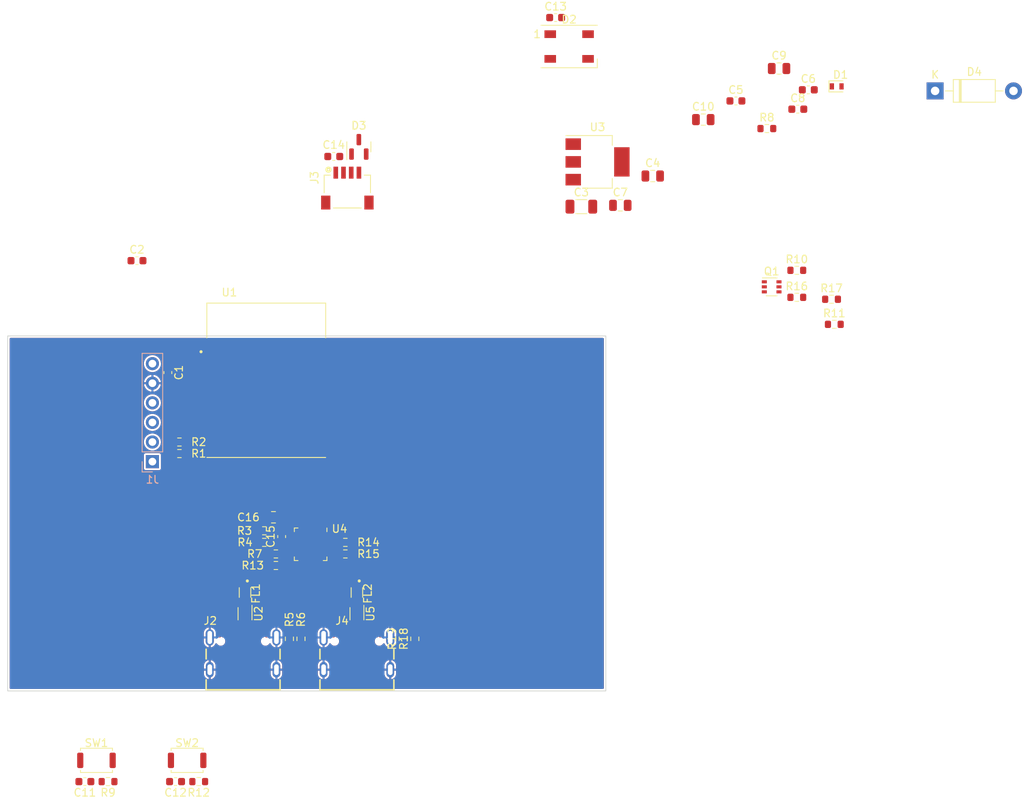
<source format=kicad_pcb>
(kicad_pcb (version 20221232) (generator pcbnew)
  (layers (0 "F.Cu" signal) (31 "B.Cu" signal) (34 "B.Paste" user) (35 "F.Paste" user) (36 "B.SilkS" user "B.Silkscreen") (37 "F.SilkS" user "F.Silkscreen") (38 "B.Mask" user) (39 "F.Mask" user) (44 "Edge.Cuts" user))
  (net 0 "")
  (net 1 "GND")
  (net 2 "Net-(U4-VBUS)")
  (net 4 "Net-(J1-Pin_1)")
  (net 5 "Net-(J1-Pin_2)")
  (net 8 "Net-(J2-CC1)")
  (net 10 "Net-(J2-CC2)")
  (net 13 "Net-(J4-CC1)")
  (net 16 "Net-(J4-CC2)")
  (net 18 "/RTS")
  (net 19 "Net-(Q1A-B1)")
  (net 20 "Net-(Q1B-C2)")
  (net 21 "Net-(Q1B-B2)")
  (net 22 "Net-(Q1A-C1)")
  (net 23 "Net-(U4-~{RST})")
  (net 24 "Net-(U4-~{SUSPEND})")
  (net 25 "Net-(U4-TXD)")
  (net 26 "Net-(U4-RXD)")
  (net 37 "+5V")
  (net 38 "/SENS_RXD")
  (net 39 "/SENS_TXD")
  (net 40 "+3V3")
  (net 41 "VBUS")
  (net 42 "/EN")
  (net 43 "/IO0")
  (net 44 "/LED_IN")
  (net 46 "/USB_CON_P")
  (net 47 "/USB_CON_N")
  (net 55 "/~{ESP_DTR}")
  (net 56 "/I2C_SDA")
  (net 57 "/I2C_SCL")
  (net 58 "/USB_HOST_P")
  (net 59 "/USB_HOST_N")
  (net 64 "/ESP_RXD")
  (net 66 "/ESP_TXD")
  (net 88 "/USB_DEV_P")
  (net 89 "/USB_CON_D_P")
  (net 90 "/USB_CON_D_N")
  (net 91 "/USB_DEV_N")
  (footprint "Capacitor_SMD:C_0805_2012Metric" (layer "F.Cu") (at 179.380278 63.08)
    (fp_text reference "C7" (at 0 -1.68) (layer "F.SilkS"))
    (fp_text value "22u")
    (pad "1" smd roundrect locked (at -0.95 0) (size 1 1.45) (layers "F.Cu" "F.Paste" "F.Mask") (net 40 "+3V3"))
    (pad "2" smd roundrect locked (at 0.95 0) (size 1 1.45) (layers "F.Cu" "F.Paste" "F.Mask") (net 1 "GND"))
  )
  (footprint "Resistor_SMD:R_0603_1608Metric" (layer "F.Cu") (at 122.25 93.75)
    (fp_text reference "R2" (at 2.5 0) (layer "F.SilkS"))
    (fp_text value "0R")
    (pad "1" smd roundrect locked (at -0.825 0) (size 0.8 0.95) (layers "F.Cu" "F.Paste" "F.Mask") (net 39 "/SENS_TXD"))
    (pad "2" smd roundrect locked (at 0.825 0) (size 0.8 0.95) (layers "F.Cu" "F.Paste" "F.Mask") (net 5 "Net-(J1-Pin_2)"))
  )
  (footprint "Resistor_SMD:R_0603_1608Metric" (layer "F.Cu") (at 143.75 106.75)
    (fp_text reference "R14" (at 3 0) (layer "F.SilkS"))
    (fp_text value "0R")
    (pad "1" smd roundrect locked (at -0.825 0) (size 0.8 0.95) (layers "F.Cu" "F.Paste" "F.Mask") (net 25 "Net-(U4-TXD)"))
    (pad "2" smd roundrect locked (at 0.825 0) (size 0.8 0.95) (layers "F.Cu" "F.Paste" "F.Mask") (net 64 "/ESP_RXD"))
  )
  (footprint "Button_Switch_SMD:SW_Push_SPST_NO_Alps_SKRK" (layer "F.Cu") (at 123.25 135)
    (fp_text reference "SW2" (at 0 -2.25) (layer "F.SilkS"))
    (fp_text value "SW_Push")
    (pad "1" smd roundrect locked (at -2.1 0) (size 0.8 2) (layers "F.Cu" "F.Paste" "F.Mask") (net 1 "GND"))
    (pad "2" smd roundrect locked (at 2.1 0) (size 0.8 2) (layers "F.Cu" "F.Paste" "F.Mask") (net 43 "/IO0"))
  )
  (footprint "Presence Sensor:FIL_DLP11SN900HL2L" (layer "F.Cu") (at 130.75 113.25 -90)
    (fp_text reference "FL1" (at 0.132 -1.4064 90) (layer "F.SilkS"))
    (fp_text value "DLP11SN900HL2L")
    (pad "1" smd rect (at -0.625 -0.275 270) (size 0.7 0.3) (layers "F.Cu" "F.Paste" "F.Mask") (net 58 "/USB_HOST_P"))
    (pad "2" smd rect (at 0.625 -0.275 270) (size 0.7 0.3) (layers "F.Cu" "F.Paste" "F.Mask") (net 46 "/USB_CON_P"))
    (pad "3" smd rect (at 0.625 0.275 270) (size 0.7 0.3) (layers "F.Cu" "F.Paste" "F.Mask") (net 47 "/USB_CON_N"))
    (pad "4" smd rect (at -0.625 0.275 270) (size 0.7 0.3) (layers "F.Cu" "F.Paste" "F.Mask") (net 59 "/USB_HOST_N"))
  )
  (footprint "Capacitor_SMD:C_0603_1608Metric" (layer "F.Cu") (at 110 137.75 180)
    (fp_text reference "C11" (at 0 -1.43) (layer "F.SilkS"))
    (fp_text value "100n")
    (pad "1" smd roundrect locked (at -0.775 0 180) (size 0.9 0.95) (layers "F.Cu" "F.Paste" "F.Mask") (net 42 "/EN"))
    (pad "2" smd roundrect locked (at 0.775 0 180) (size 0.9 0.95) (layers "F.Cu" "F.Paste" "F.Mask") (net 1 "GND"))
  )
  (footprint "Package_TO_SOT_SMD:SOT-23" (layer "F.Cu") (at 145.5 55.5 90)
    (fp_text reference "D3" (at 2.75 0 180) (layer "F.SilkS"))
    (fp_text value "SP0502BAHT")
    (pad "1" smd roundrect locked (at -0.9375 -0.95 90) (size 1.475 0.6) (layers "F.Cu" "F.Paste" "F.Mask") (net 56 "/I2C_SDA"))
    (pad "2" smd roundrect locked (at -0.9375 0.95 90) (size 1.475 0.6) (layers "F.Cu" "F.Paste" "F.Mask") (net 57 "/I2C_SCL"))
    (pad "3" smd roundrect locked (at 0.9375 0 90) (size 1.475 0.6) (layers "F.Cu" "F.Paste" "F.Mask") (net 1 "GND"))
  )
  (footprint "Capacitor_SMD:C_0603_1608Metric" (layer "F.Cu") (at 142.25 56.75 180)
    (fp_text reference "C14" (at 0 1.5) (layer "F.SilkS"))
    (fp_text value "100n")
    (pad "1" smd roundrect locked (at -0.775 0 180) (size 0.9 0.95) (layers "F.Cu" "F.Paste" "F.Mask") (net 40 "+3V3"))
    (pad "2" smd roundrect locked (at 0.775 0 180) (size 0.9 0.95) (layers "F.Cu" "F.Paste" "F.Mask") (net 1 "GND"))
  )
  (footprint "Presence Sensor:GCT_USB4105_REVA" (layer "F.Cu") (at 130.5 123.25)
    (fp_text reference "J2" (at -4.25 -6.335) (layer "F.SilkS"))
    (fp_text value "USB4105")
    (pad "" np_thru_hole circle (at -2.89 -3.68) (size 0.65 0.65) (drill 0.65) (layers *.Cu *.Mask))
    (pad "" np_thru_hole circle (at 2.89 -3.68) (size 0.65 0.65) (drill 0.65) (layers *.Cu *.Mask))
    (pad "A1/B12" smd rect (at -3.2 -4.755) (size 0.6 1.15) (layers "F.Cu" "F.Paste" "F.Mask") (net 1 "GND"))
    (pad "A4/B9" smd rect (at -2.4 -4.755) (size 0.6 1.15) (layers "F.Cu" "F.Paste" "F.Mask") (net 41 "VBUS"))
    (pad "A5" smd rect (at -1.25 -4.755) (size 0.3 1.15) (layers "F.Cu" "F.Paste" "F.Mask") (net 8 "Net-(J2-CC1)"))
    (pad "A6" smd rect (at -0.25 -4.755) (size 0.3 1.15) (layers "F.Cu" "F.Paste" "F.Mask") (net 46 "/USB_CON_P"))
    (pad "A7" smd rect (at 0.25 -4.755) (size 0.3 1.15) (layers "F.Cu" "F.Paste" "F.Mask") (net 47 "/USB_CON_N"))
    (pad "A8" smd rect (at 1.25 -4.755) (size 0.3 1.15) (layers "F.Cu" "F.Paste" "F.Mask"))
    (pad "B1/A12" smd rect (at 3.2 -4.755) (size 0.6 1.15) (layers "F.Cu" "F.Paste" "F.Mask") (net 1 "GND"))
    (pad "B4/A9" smd rect (at 2.4 -4.755) (size 0.6 1.15) (layers "F.Cu" "F.Paste" "F.Mask") (net 41 "VBUS"))
    (pad "B5" smd rect (at 1.75 -4.755) (size 0.3 1.15) (layers "F.Cu" "F.Paste" "F.Mask") (net 10 "Net-(J2-CC2)"))
    (pad "B6" smd rect (at 0.75 -4.755) (size 0.3 1.15) (layers "F.Cu" "F.Paste" "F.Mask") (net 46 "/USB_CON_P"))
    (pad "B7" smd rect (at -0.75 -4.755) (size 0.3 1.15) (layers "F.Cu" "F.Paste" "F.Mask") (net 47 "/USB_CON_N"))
    (pad "B8" smd rect (at -1.75 -4.755) (size 0.3 1.15) (layers "F.Cu" "F.Paste" "F.Mask"))
    (pad "G1" thru_hole oval (at -4.32 0) (size 1 2) (drill oval 0.6 1.4) (layers *.Cu *.Mask) (net 1 "GND"))
    (pad "G2" thru_hole oval (at 4.32 0) (size 1 2) (drill oval 0.6 1.4) (layers *.Cu *.Mask) (net 1 "GND"))
    (pad "G3" thru_hole oval (at -4.32 -4.18) (size 1.05 2.1) (drill oval 0.6 1.7) (layers *.Cu *.Mask) (net 1 "GND"))
    (pad "G4" thru_hole oval (at 4.32 -4.18) (size 1.05 2.1) (drill oval 0.6 1.7) (layers *.Cu *.Mask) (net 1 "GND"))
  )
  (footprint "Resistor_SMD:R_0603_1608Metric" (layer "F.Cu") (at 113 137.75 180)
    (fp_text reference "R9" (at 0 -1.43) (layer "F.SilkS"))
    (fp_text value "10K")
    (pad "1" smd roundrect locked (at -0.825 0 180) (size 0.8 0.95) (layers "F.Cu" "F.Paste" "F.Mask") (net 40 "+3V3"))
    (pad "2" smd roundrect locked (at 0.825 0 180) (size 0.8 0.95) (layers "F.Cu" "F.Paste" "F.Mask") (net 42 "/EN"))
  )
  (footprint "Resistor_SMD:R_0603_1608Metric" (layer "F.Cu") (at 198.370278 53.13)
    (fp_text reference "R8" (at 0 -1.43) (layer "F.SilkS"))
    (fp_text value "10K")
    (pad "1" smd roundrect locked (at -0.825 0) (size 0.8 0.95) (layers "F.Cu" "F.Paste" "F.Mask") (net 40 "+3V3"))
    (pad "2" smd roundrect locked (at 0.825 0) (size 0.8 0.95) (layers "F.Cu" "F.Paste" "F.Mask") (net 42 "/EN"))
  )
  (footprint "Package_TO_SOT_SMD:SOT-666" (layer "F.Cu") (at 145.25 116 -90)
    (fp_text reference "U5" (at 0 -1.75 90) (layer "F.SilkS"))
    (fp_text value "USBLC6-2P6")
    (pad "1" smd rect (at -0.85 -0.5375 270) (size 0.5 0.375) (layers "F.Cu" "F.Paste" "F.Mask") (net 89 "/USB_CON_D_P"))
    (pad "2" smd rect (at -0.925 0 270) (size 0.65 0.3) (layers "F.Cu" "F.Paste" "F.Mask") (net 1 "GND"))
    (pad "3" smd rect (at -0.85 0.5375 270) (size 0.5 0.375) (layers "F.Cu" "F.Paste" "F.Mask") (net 90 "/USB_CON_D_N"))
    (pad "4" smd rect (at 0.85 0.5375 270) (size 0.5 0.375) (layers "F.Cu" "F.Paste" "F.Mask") (net 90 "/USB_CON_D_N"))
    (pad "5" smd rect (at 0.925 0 270) (size 0.65 0.3) (layers "F.Cu" "F.Paste" "F.Mask") (net 37 "+5V"))
    (pad "6" smd rect (at 0.85 -0.5375 270) (size 0.5 0.375) (layers "F.Cu" "F.Paste" "F.Mask") (net 89 "/USB_CON_D_P"))
  )
  (footprint "Package_TO_SOT_SMD:SOT-666" (layer "F.Cu") (at 130.75 116 -90)
    (fp_text reference "U2" (at 0 -1.75 90) (layer "F.SilkS"))
    (fp_text value "USBLC6-2P6")
    (pad "1" smd rect locked (at -0.85 -0.5375 270) (size 0.5 0.375) (layers "F.Cu" "F.Paste" "F.Mask") (net 46 "/USB_CON_P"))
    (pad "2" smd rect locked (at -0.925 0 270) (size 0.65 0.3) (layers "F.Cu" "F.Paste" "F.Mask") (net 1 "GND"))
    (pad "3" smd rect locked (at -0.85 0.5375 270) (size 0.5 0.375) (layers "F.Cu" "F.Paste" "F.Mask") (net 47 "/USB_CON_N"))
    (pad "4" smd rect locked (at 0.85 0.5375 270) (size 0.5 0.375) (layers "F.Cu" "F.Paste" "F.Mask") (net 47 "/USB_CON_N"))
    (pad "5" smd rect locked (at 0.925 0 270) (size 0.65 0.3) (layers "F.Cu" "F.Paste" "F.Mask") (net 37 "+5V"))
    (pad "6" smd rect locked (at 0.85 -0.5375 270) (size 0.5 0.375) (layers "F.Cu" "F.Paste" "F.Mask") (net 46 "/USB_CON_P"))
  )
  (footprint "Resistor_SMD:R_0603_1608Metric" (layer "F.Cu") (at 143.75 108.25)
    (fp_text reference "R15" (at 3 0) (layer "F.SilkS"))
    (fp_text value "0R")
    (pad "1" smd roundrect locked (at -0.825 0) (size 0.8 0.95) (layers "F.Cu" "F.Paste" "F.Mask") (net 26 "Net-(U4-RXD)"))
    (pad "2" smd roundrect locked (at 0.825 0) (size 0.8 0.95) (layers "F.Cu" "F.Paste" "F.Mask") (net 66 "/ESP_TXD"))
  )
  (footprint "Resistor_SMD:R_0603_1608Metric" (layer "F.Cu") (at 133.25 105.25)
    (fp_text reference "R3" (at -2.5625 0) (layer "F.SilkS"))
    (fp_text value "22.1K")
    (pad "1" smd roundrect locked (at -0.825 0) (size 0.8 0.95) (layers "F.Cu" "F.Paste" "F.Mask") (net 41 "VBUS"))
    (pad "2" smd roundrect locked (at 0.825 0) (size 0.8 0.95) (layers "F.Cu" "F.Paste" "F.Mask") (net 2 "Net-(U4-VBUS)"))
  )
  (footprint "Capacitor_SMD:C_0603_1608Metric" (layer "F.Cu") (at 121.75 137.75 180)
    (fp_text reference "C12" (at 0 -1.43) (layer "F.SilkS"))
    (fp_text value "100n")
    (pad "1" smd roundrect locked (at -0.775 0 180) (size 0.9 0.95) (layers "F.Cu" "F.Paste" "F.Mask") (net 43 "/IO0"))
    (pad "2" smd roundrect locked (at 0.775 0 180) (size 0.9 0.95) (layers "F.Cu" "F.Paste" "F.Mask") (net 1 "GND"))
  )
  (footprint "Resistor_SMD:R_0603_1608Metric" (layer "F.Cu") (at 134.75 108.25)
    (fp_text reference "R7" (at -2.75 0) (layer "F.SilkS"))
    (fp_text value "10K")
    (pad "1" smd roundrect locked (at -0.825 0) (size 0.8 0.95) (layers "F.Cu" "F.Paste" "F.Mask") (net 40 "+3V3"))
    (pad "2" smd roundrect locked (at 0.825 0) (size 0.8 0.95) (layers "F.Cu" "F.Paste" "F.Mask") (net 23 "Net-(U4-~{RST})"))
  )
  (footprint "Capacitor_SMD:C_0603_1608Metric" (layer "F.Cu") (at 116.75 70.25)
    (fp_text reference "C2" (at 0 -1.43) (layer "F.SilkS"))
    (fp_text value "100n")
    (pad "1" smd roundrect locked (at -0.775 0) (size 0.9 0.95) (layers "F.Cu" "F.Paste" "F.Mask") (net 40 "+3V3"))
    (pad "2" smd roundrect locked (at 0.775 0) (size 0.9 0.95) (layers "F.Cu" "F.Paste" "F.Mask") (net 1 "GND"))
  )
  (footprint "Capacitor_SMD:C_0805_2012Metric" (layer "F.Cu") (at 190.130278 51.97)
    (fp_text reference "C10" (at 0 -1.68) (layer "F.SilkS"))
    (fp_text value "22u")
    (pad "1" smd roundrect locked (at -0.95 0) (size 1 1.45) (layers "F.Cu" "F.Paste" "F.Mask") (net 40 "+3V3"))
    (pad "2" smd roundrect locked (at 0.95 0) (size 1 1.45) (layers "F.Cu" "F.Paste" "F.Mask") (net 1 "GND"))
  )
  (footprint "Presence Sensor:XCVR_ESP32-S2-MINI-1" (layer "F.Cu") (at 133.5 88)
    (fp_text reference "U1" (at -4.775 -13.635) (layer "F.SilkS"))
    (fp_text value "ESP32-S2-MINI-1")
    (pad "1" smd rect (at -7 -5.95) (size 0.8 0.4) (layers "F.Cu" "F.Paste" "F.Mask") (net 1 "GND"))
    (pad "2" smd rect (at -7 -5.1) (size 0.8 0.4) (layers "F.Cu" "F.Paste" "F.Mask") (net 1 "GND"))
    (pad "3" smd rect (at -7 -4.25) (size 0.8 0.4) (layers "F.Cu" "F.Paste" "F.Mask") (net 40 "+3V3"))
    (pad "4" smd rect (at -7 -3.4) (size 0.8 0.4) (layers "F.Cu" "F.Paste" "F.Mask") (net 43 "/IO0"))
    (pad "5" smd rect (at -7 -2.55) (size 0.8 0.4) (layers "F.Cu" "F.Paste" "F.Mask"))
    (pad "6" smd rect (at -7 -1.7) (size 0.8 0.4) (layers "F.Cu" "F.Paste" "F.Mask"))
    (pad "7" smd rect (at -7 -0.85) (size 0.8 0.4) (layers "F.Cu" "F.Paste" "F.Mask"))
    (pad "8" smd rect (at -7 0) (size 0.8 0.4) (layers "F.Cu" "F.Paste" "F.Mask"))
    (pad "9" smd rect (at -7 0.85) (size 0.8 0.4) (layers "F.Cu" "F.Paste" "F.Mask"))
    (pad "10" smd rect (at -7 1.7) (size 0.8 0.4) (layers "F.Cu" "F.Paste" "F.Mask"))
    (pad "11" smd rect (at -7 2.55) (size 0.8 0.4) (layers "F.Cu" "F.Paste" "F.Mask"))
    (pad "12" smd rect (at -7 3.4) (size 0.8 0.4) (layers "F.Cu" "F.Paste" "F.Mask"))
    (pad "13" smd rect (at -7 4.25) (size 0.8 0.4) (layers "F.Cu" "F.Paste" "F.Mask"))
    (pad "14" smd rect (at -7 5.1) (size 0.8 0.4) (layers "F.Cu" "F.Paste" "F.Mask"))
    (pad "15" smd rect (at -7 5.95) (size 0.8 0.4) (layers "F.Cu" "F.Paste" "F.Mask"))
    (pad "16" smd rect (at -5.95 7) (size 0.4 0.8) (layers "F.Cu" "F.Paste" "F.Mask"))
    (pad "17" smd rect (at -5.1 7) (size 0.4 0.8) (layers "F.Cu" "F.Paste" "F.Mask"))
    (pad "18" smd rect (at -4.25 7) (size 0.4 0.8) (layers "F.Cu" "F.Paste" "F.Mask"))
    (pad "19" smd rect (at -3.4 7) (size 0.4 0.8) (layers "F.Cu" "F.Paste" "F.Mask"))
    (pad "20" smd rect (at -2.55 7) (size 0.4 0.8) (layers "F.Cu" "F.Paste" "F.Mask"))
    (pad "21" smd rect (at -1.7 7) (size 0.4 0.8) (layers "F.Cu" "F.Paste" "F.Mask"))
    (pad "22" smd rect (at -0.85 7) (size 0.4 0.8) (layers "F.Cu" "F.Paste" "F.Mask"))
    (pad "23" smd rect (at 0 7) (size 0.4 0.8) (layers "F.Cu" "F.Paste" "F.Mask") (net 91 "/USB_DEV_N"))
    (pad "24" smd rect (at 0.85 7) (size 0.4 0.8) (layers "F.Cu" "F.Paste" "F.Mask") (net 88 "/USB_DEV_P"))
    (pad "25" smd rect (at 1.7 7) (size 0.4 0.8) (layers "F.Cu" "F.Paste" "F.Mask"))
    (pad "26" smd rect (at 2.55 7) (size 0.4 0.8) (layers "F.Cu" "F.Paste" "F.Mask"))
    (pad "27" smd rect (at 3.4 7) (size 0.4 0.8) (layers "F.Cu" "F.Paste" "F.Mask"))
    (pad "28" smd rect (at 4.25 7) (size 0.4 0.8) (layers "F.Cu" "F.Paste" "F.Mask"))
    (pad "29" smd rect (at 5.1 7) (size 0.4 0.8) (layers "F.Cu" "F.Paste" "F.Mask"))
    (pad "30" smd rect (at 5.95 7) (size 0.4 0.8) (layers "F.Cu" "F.Paste" "F.Mask") (net 1 "GND"))
    (pad "31" smd rect (at 7 5.95) (size 0.8 0.4) (layers "F.Cu" "F.Paste" "F.Mask"))
    (pad "32" smd rect (at 7 5.1) (size 0.8 0.4) (layers "F.Cu" "F.Paste" "F.Mask"))
    (pad "33" smd rect (at 7 4.25) (size 0.8 0.4) (layers "F.Cu" "F.Paste" "F.Mask"))
    (pad "34" smd rect (at 7 3.4) (size 0.8 0.4) (layers "F.Cu" "F.Paste" "F.Mask"))
    (pad "35" smd rect (at 7 2.55) (size 0.8 0.4) (layers "F.Cu" "F.Paste" "F.Mask"))
    (pad "36" smd rect (at 7 1.7) (size 0.8 0.4) (layers "F.Cu" "F.Paste" "F.Mask"))
    (pad "37" smd rect (at 7 0.85) (size 0.8 0.4) (layers "F.Cu" "F.Paste" "F.Mask"))
    (pad "38" smd rect (at 7 0) (size 0.8 0.4) (layers "F.Cu" "F.Paste" "F.Mask"))
    (pad "39" smd rect (at 7 -0.85) (size 0.8 0.4) (layers "F.Cu" "F.Paste" "F.Mask") (net 66 "/ESP_TXD"))
    (pad "40" smd rect (at 7 -1.7) (size 0.8 0.4) (layers "F.Cu" "F.Paste" "F.Mask") (net 64 "/ESP_RXD"))
    (pad "41" smd rect (at 7 -2.55) (size 0.8 0.4) (layers "F.Cu" "F.Paste" "F.Mask"))
    (pad "42" smd rect (at 7 -3.4) (size 0.8 0.4) (layers "F.Cu" "F.Paste" "F.Mask") (net 1 "GND"))
    (pad "43" smd rect (at 7 -4.25) (size 0.8 0.4) (layers "F.Cu" "F.Paste" "F.Mask") (net 1 "GND"))
    (pad "44" smd rect (at 7 -5.1) (size 0.8 0.4) (layers "F.Cu" "F.Paste" "F.Mask"))
    (pad "45" smd rect (at 7 -5.95) (size 0.8 0.4) (layers "F.Cu" "F.Paste" "F.Mask") (net 42 "/EN"))
    (pad "46" smd rect (at 5.95 -7) (size 0.4 0.8) (layers "F.Cu" "F.Paste" "F.Mask") (net 1 "GND"))
    (pad "47" smd rect (at 5.1 -7) (size 0.4 0.8) (layers "F.Cu" "F.Paste" "F.Mask") (net 1 "GND"))
    (pad "48" smd rect (at 4.25 -7) (size 0.4 0.8) (layers "F.Cu" "F.Paste" "F.Mask") (net 1 "GND"))
    (pad "49" smd rect (at 3.4 -7) (size 0.4 0.8) (layers "F.Cu" "F.Paste" "F.Mask") (net 1 "GND"))
    (pad "50" smd rect (at 2.55 -7) (size 0.4 0.8) (layers "F.Cu" "F.Paste" "F.Mask") (net 1 "GND"))
    (pad "51" smd rect (at 1.7 -7) (size 0.4 0.8) (layers "F.Cu" "F.Paste" "F.Mask") (net 1 "GND"))
    (pad "52" smd rect (at 0.85 -7) (size 0.4 0.8) (layers "F.Cu" "F.Paste" "F.Mask") (net 1 "GND"))
    (pad "53" smd rect (at 0 -7) (size 0.4 0.8) (layers "F.Cu" "F.Paste" "F.Mask") (net 1 "GND"))
    (pad "54" smd rect (at -0.85 -7) (size 0.4 0.8) (layers "F.Cu" "F.Paste" "F.Mask") (net 1 "GND"))
    (pad "55" smd rect (at -1.7 -7) (size 0.4 0.8) (layers "F.Cu" "F.Paste" "F.Mask") (net 1 "GND"))
    (pad "56" smd rect (at -2.55 -7) (size 0.4 0.8) (layers "F.Cu" "F.Paste" "F.Mask") (net 1 "GND"))
    (pad "57" smd rect (at -3.4 -7) (size 0.4 0.8) (layers "F.Cu" "F.Paste" "F.Mask") (net 1 "GND"))
    (pad "58" smd rect (at -4.25 -7) (size 0.4 0.8) (layers "F.Cu" "F.Paste" "F.Mask") (net 1 "GND"))
    (pad "59" smd rect (at -5.1 -7) (size 0.4 0.8) (layers "F.Cu" "F.Paste" "F.Mask") (net 1 "GND"))
    (pad "60" smd rect (at -5.95 -7) (size 0.4 0.8) (layers "F.Cu" "F.Paste" "F.Mask") (net 1 "GND"))
    (pad "61" smd rect (at 0 0) (size 1.2 1.2) (layers "F.Cu" "F.Paste" "F.Mask") (net 1 "GND"))
    (pad "61_1" smd rect (at -1.65 0) (size 1.2 1.2) (layers "F.Cu" "F.Paste" "F.Mask") (net 1 "GND"))
    (pad "61_2" smd rect (at -1.65 1.65) (size 1.2 1.2) (layers "F.Cu" "F.Paste" "F.Mask") (net 1 "GND"))
    (pad "61_3" smd rect (at 0 1.65) (size 1.2 1.2) (layers "F.Cu" "F.Paste" "F.Mask") (net 1 "GND"))
    (pad "61_4" smd rect (at 1.65 1.65) (size 1.2 1.2) (layers "F.Cu" "F.Paste" "F.Mask") (net 1 "GND"))
    (pad "61_5" smd rect (at 1.65 0) (size 1.2 1.2) (layers "F.Cu" "F.Paste" "F.Mask") (net 1 "GND"))
    (pad "61_6" smd rect (at 1.65 -1.65) (size 1.2 1.2) (layers "F.Cu" "F.Paste" "F.Mask") (net 1 "GND"))
    (pad "61_7" smd rect (at 0 -1.65) (size 1.2 1.2) (layers "F.Cu" "F.Paste" "F.Mask") (net 1 "GND"))
    (pad "61_8" smd custom (at -1.65 -1.65) (size 0.6 0.6) (layers "F.Cu") (net 1 "GND") (options (clearance outline) (anchor rect)) (primitives (gr_poly (pts (xy 0.6 0.6) (xy -0.6 0.6) (xy -0.6 0) (xy 0 -0.6) (xy 0.6 -0.6)) (width 0.01) (fill yes))))
    (pad "62" smd rect (at -7 -7) (size 0.8 0.8) (layers "F.Cu" "F.Paste" "F.Mask") (net 1 "GND"))
    (pad "63" smd rect (at -7 7) (size 0.8 0.8) (layers "F.Cu" "F.Paste" "F.Mask") (net 1 "GND"))
    (pad "64" smd rect (at 7 7) (size 0.8 0.8) (layers "F.Cu" "F.Paste" "F.Mask") (net 1 "GND"))
    (pad "65" smd rect (at 7 -7) (size 0.8 0.8) (layers "F.Cu" "F.Paste" "F.Mask") (net 1 "GND"))
  )
  (footprint "Package_TO_SOT_SMD:SOT-363_SC-70-6" (layer "F.Cu") (at 198.990278 73.64)
    (fp_text reference "Q1" (at 0 -2) (layer "F.SilkS"))
    (fp_text value "MBT3904DW1")
    (pad "1" smd rect locked (at -0.95 -0.65) (size 0.65 0.4) (layers "F.Cu" "F.Paste" "F.Mask") (net 18 "/RTS"))
    (pad "2" smd rect locked (at -0.95 0) (size 0.65 0.4) (layers "F.Cu" "F.Paste" "F.Mask") (net 19 "Net-(Q1A-B1)"))
    (pad "3" smd rect locked (at -0.95 0.65) (size 0.65 0.4) (layers "F.Cu" "F.Paste" "F.Mask") (net 20 "Net-(Q1B-C2)"))
    (pad "4" smd rect locked (at 0.95 0.65) (size 0.65 0.4) (layers "F.Cu" "F.Paste" "F.Mask") (net 55 "/~{ESP_DTR}"))
    (pad "5" smd rect locked (at 0.95 0) (size 0.65 0.4) (layers "F.Cu" "F.Paste" "F.Mask") (net 21 "Net-(Q1B-B2)"))
    (pad "6" smd rect locked (at 0.95 -0.65) (size 0.65 0.4) (layers "F.Cu" "F.Paste" "F.Mask") (net 22 "Net-(Q1A-C1)"))
  )
  (footprint "Capacitor_SMD:C_0805_2012Metric" (layer "F.Cu") (at 199.950278 45.35)
    (fp_text reference "C9" (at 0 -1.68) (layer "F.SilkS"))
    (fp_text value "22u")
    (pad "1" smd roundrect locked (at -0.95 0) (size 1 1.45) (layers "F.Cu" "F.Paste" "F.Mask") (net 40 "+3V3"))
    (pad "2" smd roundrect locked (at 0.95 0) (size 1 1.45) (layers "F.Cu" "F.Paste" "F.Mask") (net 1 "GND"))
  )
  (footprint "Button_Switch_SMD:SW_Push_SPST_NO_Alps_SKRK" (layer "F.Cu") (at 111.5 135)
    (fp_text reference "SW1" (at 0 -2.25) (layer "F.SilkS"))
    (fp_text value "SW_Push")
    (pad "1" smd roundrect locked (at -2.1 0) (size 0.8 2) (layers "F.Cu" "F.Paste" "F.Mask") (net 1 "GND"))
    (pad "2" smd roundrect locked (at 2.1 0) (size 0.8 2) (layers "F.Cu" "F.Paste" "F.Mask") (net 42 "/EN"))
  )
  (footprint "Resistor_SMD:R_0603_1608Metric" (layer "F.Cu") (at 122.25 95.25 180)
    (fp_text reference "R1" (at -2.5 0) (layer "F.SilkS"))
    (fp_text value "0R")
    (pad "1" smd roundrect locked (at -0.825 0 180) (size 0.8 0.95) (layers "F.Cu" "F.Paste" "F.Mask") (net 38 "/SENS_RXD"))
    (pad "2" smd roundrect locked (at 0.825 0 180) (size 0.8 0.95) (layers "F.Cu" "F.Paste" "F.Mask") (net 4 "Net-(J1-Pin_1)"))
  )
  (footprint "Resistor_SMD:R_0603_1608Metric" (layer "F.Cu") (at 152.75 119.25 90)
    (fp_text reference "R18" (at 0 -1.43 90) (layer "F.SilkS"))
    (fp_text value "5.1K")
    (pad "1" smd roundrect locked (at -0.825 0 90) (size 0.8 0.95) (layers "F.Cu" "F.Paste" "F.Mask") (net 16 "Net-(J4-CC2)"))
    (pad "2" smd roundrect locked (at 0.825 0 90) (size 0.8 0.95) (layers "F.Cu" "F.Paste" "F.Mask") (net 1 "GND"))
  )
  (footprint "Capacitor_SMD:C_0603_1608Metric" (layer "F.Cu") (at 202.380278 50.62)
    (fp_text reference "C8" (at 0 -1.43) (layer "F.SilkS"))
    (fp_text value "100n")
    (pad "1" smd roundrect locked (at -0.775 0) (size 0.9 0.95) (layers "F.Cu" "F.Paste" "F.Mask") (net 42 "/EN"))
    (pad "2" smd roundrect locked (at 0.775 0) (size 0.9 0.95) (layers "F.Cu" "F.Paste" "F.Mask") (net 1 "GND"))
  )
  (footprint "Package_TO_SOT_SMD:SOT-223-3_TabPin2" (layer "F.Cu") (at 176.430278 57.45)
    (fp_text reference "U3" (at 0 -4.5) (layer "F.SilkS"))
    (fp_text value "AMS1117-3.3")
    (pad "1" smd rect locked (at -3.15 -2.3) (size 2 1.5) (layers "F.Cu" "F.Paste" "F.Mask") (net 1 "GND"))
    (pad "2" smd rect locked (at -3.15 0) (size 2 1.5) (layers "F.Cu" "F.Paste" "F.Mask") (net 40 "+3V3"))
    (pad "2" smd rect locked (at 3.15 0) (size 2 3.8) (layers "F.Cu" "F.Paste" "F.Mask") (net 40 "+3V3"))
    (pad "3" smd rect locked (at -3.15 2.3) (size 2 1.5) (layers "F.Cu" "F.Paste" "F.Mask") (net 37 "+5V"))
  )
  (footprint "Capacitor_SMD:C_0603_1608Metric" (layer "F.Cu") (at 194.360278 49.55)
    (fp_text reference "C5" (at 0 -1.43) (layer "F.SilkS"))
    (fp_text value "100n")
    (pad "1" smd roundrect locked (at -0.775 0) (size 0.9 0.95) (layers "F.Cu" "F.Paste" "F.Mask") (net 37 "+5V"))
    (pad "2" smd roundrect locked (at 0.775 0) (size 0.9 0.95) (layers "F.Cu" "F.Paste" "F.Mask") (net 1 "GND"))
  )
  (footprint "Presence Sensor:TVS_ESDA25P35-1U1M" (layer "F.Cu") (at 207.420278 47.6635)
    (fp_text reference "D1" (at 0.5 -1.5) (layer "F.SilkS"))
    (fp_text value "ESDA25P35")
    (pad "A" smd rect (at 0.625 0) (size 0.55 0.8) (layers "F.Cu" "F.Mask") (net 1 "GND"))
    (pad "C" smd rect (at -0.625 0) (size 0.55 0.8) (layers "F.Cu" "F.Mask") (net 41 "VBUS"))
  )
  (footprint "Resistor_SMD:R_0603_1608Metric" (layer "F.Cu") (at 151.25 119.25 90)
    (fp_text reference "R19" (at 0 -1.43 90) (layer "F.SilkS"))
    (fp_text value "5.1K")
    (pad "1" smd roundrect locked (at -0.825 0 90) (size 0.8 0.95) (layers "F.Cu" "F.Paste" "F.Mask") (net 13 "Net-(J4-CC1)"))
    (pad "2" smd roundrect locked (at 0.825 0 90) (size 0.8 0.95) (layers "F.Cu" "F.Paste" "F.Mask") (net 1 "GND"))
  )
  (footprint "LED_SMD:LED_WS2812B_PLCC4_5.0x5.0mm_P3.2mm" (layer "F.Cu") (at 172.75 42.5)
    (fp_text reference "D2" (at 0 -3.5) (layer "F.SilkS"))
    (fp_text value "WS2812B")
    (fp_text user "1" (at -4.15 -1.6) (layer "F.SilkS"))
    (pad "1" smd rect locked (at -2.45 -1.6) (size 1.5 1) (layers "F.Cu" "F.Paste" "F.Mask") (net 40 "+3V3"))
    (pad "2" smd rect locked (at -2.45 1.6) (size 1.5 1) (layers "F.Cu" "F.Paste" "F.Mask"))
    (pad "3" smd rect locked (at 2.45 1.6) (size 1.5 1) (layers "F.Cu" "F.Paste" "F.Mask") (net 1 "GND"))
    (pad "4" smd rect locked (at 2.45 -1.6) (size 1.5 1) (layers "F.Cu" "F.Paste" "F.Mask") (net 44 "/LED_IN"))
  )
  (footprint "Resistor_SMD:R_0603_1608Metric" (layer "F.Cu") (at 202.25 71.5)
    (fp_text reference "R10" (at 0 -1.43) (layer "F.SilkS"))
    (fp_text value "10K")
    (pad "1" smd roundrect locked (at -0.825 0) (size 0.8 0.95) (layers "F.Cu" "F.Paste" "F.Mask") (net 55 "/~{ESP_DTR}"))
    (pad "2" smd roundrect locked (at 0.825 0) (size 0.8 0.95) (layers "F.Cu" "F.Paste" "F.Mask") (net 19 "Net-(Q1A-B1)"))
  )
  (footprint "Resistor_SMD:R_0603_1608Metric" (layer "F.Cu") (at 202.25 75)
    (fp_text reference "R16" (at 0 -1.43) (layer "F.SilkS"))
    (fp_text value "0R")
    (pad "1" smd roundrect locked (at -0.825 0) (size 0.8 0.95) (layers "F.Cu" "F.Paste" "F.Mask") (net 22 "Net-(Q1A-C1)"))
    (pad "2" smd roundrect locked (at 0.825 0) (size 0.8 0.95) (layers "F.Cu" "F.Paste" "F.Mask") (net 42 "/EN"))
  )
  (footprint "Capacitor_SMD:C_0603_1608Metric" (layer "F.Cu") (at 120.75 84.75 -90)
    (fp_text reference "C1" (at 0 -1.43 90) (layer "F.SilkS"))
    (fp_text value "100n")
    (pad "1" smd roundrect locked (at -0.775 0 270) (size 0.9 0.95) (layers "F.Cu" "F.Paste" "F.Mask") (net 37 "+5V"))
    (pad "2" smd roundrect locked (at 0.775 0 270) (size 0.9 0.95) (layers "F.Cu" "F.Paste" "F.Mask") (net 1 "GND"))
  )
  (footprint "Capacitor_SMD:C_0603_1608Metric" (layer "F.Cu") (at 135.5 106 90)
    (fp_text reference "C15" (at 0 -1.4375 90) (layer "F.SilkS"))
    (fp_text value "1u")
    (pad "1" smd roundrect locked (at -0.775 0 90) (size 0.9 0.95) (layers "F.Cu" "F.Paste" "F.Mask") (net 2 "Net-(U4-VBUS)"))
    (pad "2" smd roundrect locked (at 0.775 0 90) (size 0.9 0.95) (layers "F.Cu" "F.Paste" "F.Mask") (net 1 "GND"))
  )
  (footprint "Capacitor_SMD:C_1206_3216Metric" (layer "F.Cu") (at 174.330278 63.25)
    (fp_text reference "C3" (at 0 -1.85) (layer "F.SilkS"))
    (fp_text value "4.7u")
    (pad "1" smd roundrect locked (at -1.475 0) (size 1.15 1.8) (layers "F.Cu" "F.Paste" "F.Mask") (roundrect_rratio 0.217391) (net 41 "VBUS"))
    (pad "2" smd roundrect locked (at 1.475 0) (size 1.15 1.8) (layers "F.Cu" "F.Paste" "F.Mask") (roundrect_rratio 0.217391) (net 1 "GND"))
  )
  (footprint "Presence Sensor:JST_SM04B-SRSS-TB(LF)(SN)" (layer "F.Cu") (at 144.009522 58.845)
    (fp_text reference "J3" (at -4.259522 0.655 90) (layer "F.SilkS") (effects (font (size 1.001173 1.001173))))
    (fp_text value "SM04B-SRSS-TB(LF)(SN)")
    (pad "1" smd rect (at -1.5 0) (size 0.6 1.55) (layers "F.Cu" "F.Paste" "F.Mask") (net 1 "GND"))
    (pad "2" smd rect (at -0.5 0) (size 0.6 1.55) (layers "F.Cu" "F.Paste" "F.Mask") (net 40 "+3V3"))
    (pad "3" smd rect (at 0.5 0) (size 0.6 1.55) (layers "F.Cu" "F.Paste" "F.Mask") (net 56 "/I2C_SDA"))
    (pad "4" smd rect (at 1.5 0) (size 0.6 1.55) (layers "F.Cu" "F.Paste" "F.Mask") (net 57 "/I2C_SCL"))
    (pad "S1" smd rect (at -2.8 3.875) (size 1.2 1.8) (layers "F.Cu" "F.Paste" "F.Mask") (net 1 "GND"))
    (pad "S2" smd rect (at 2.8 3.875) (size 1.2 1.8) (layers "F.Cu" "F.Paste" "F.Mask") (net 1 "GND"))
  )
  (footprint "Resistor_SMD:R_0603_1608Metric" (layer "F.Cu") (at 206.75 75.25)
    (fp_text reference "R17" (at 0 -1.43) (layer "F.SilkS"))
    (fp_text value "0R")
    (pad "1" smd roundrect locked (at -0.825 0) (size 0.8 0.95) (layers "F.Cu" "F.Paste" "F.Mask") (net 20 "Net-(Q1B-C2)"))
    (pad "2" smd roundrect locked (at 0.825 0) (size 0.8 0.95) (layers "F.Cu" "F.Paste" "F.Mask") (net 43 "/IO0"))
  )
  (footprint "Resistor_SMD:R_0603_1608Metric" (layer "F.Cu") (at 133.25 106.75 180)
    (fp_text reference "R4" (at 2.5 0) (layer "F.SilkS"))
    (fp_text value "47.5K")
    (pad "1" smd roundrect locked (at -0.825 0 180) (size 0.8 0.95) (layers "F.Cu" "F.Paste" "F.Mask") (net 2 "Net-(U4-VBUS)"))
    (pad "2" smd roundrect locked (at 0.825 0 180) (size 0.8 0.95) (layers "F.Cu" "F.Paste" "F.Mask") (net 1 "GND"))
  )
  (footprint "Capacitor_SMD:C_0603_1608Metric" (layer "F.Cu") (at 203.740278 48.11)
    (fp_text reference "C6" (at 0 -1.43) (layer "F.SilkS"))
    (fp_text value "100n")
    (pad "1" smd roundrect locked (at -0.775 0) (size 0.9 0.95) (layers "F.Cu" "F.Paste" "F.Mask") (net 40 "+3V3"))
    (pad "2" smd roundrect locked (at 0.775 0) (size 0.9 0.95) (layers "F.Cu" "F.Paste" "F.Mask") (net 1 "GND"))
  )
  (footprint "Capacitor_SMD:C_0805_2012Metric" (layer "F.Cu") (at 183.580278 59.28)
    (fp_text reference "C4" (at 0 -1.68) (layer "F.SilkS"))
    (fp_text value "22u")
    (pad "1" smd roundrect locked (at -0.95 0) (size 1 1.45) (layers "F.Cu" "F.Paste" "F.Mask") (net 37 "+5V"))
    (pad "2" smd roundrect locked (at 0.95 0) (size 1 1.45) (layers "F.Cu" "F.Paste" "F.Mask") (net 1 "GND"))
  )
  (footprint "Diode_THT:D_DO-41_SOD81_P10.16mm_Horizontal" (layer "F.Cu") (at 220.17 48.25)
    (fp_text reference "D4" (at 5.08 -2.47) (layer "F.SilkS"))
    (fp_text value "1N5819")
    (fp_text user "K" (at 0 -2.1) (layer "F.SilkS"))
    (pad "1" thru_hole rect locked (at 0 0) (size 2.2 2.2) (drill 1.1) (layers *.Cu *.Mask) (net 37 "+5V"))
    (pad "2" thru_hole oval locked (at 10.16 0) (size 2.2 2.2) (drill 1.1) (layers *.Cu *.Mask) (net 41 "VBUS"))
  )
  (footprint "Resistor_SMD:R_0603_1608Metric" (layer "F.Cu") (at 207.11 78.5)
    (fp_text reference "R11" (at 0 -1.43) (layer "F.SilkS"))
    (fp_text value "10K")
    (pad "1" smd roundrect locked (at -0.825 0) (size 0.8 0.95) (layers "F.Cu" "F.Paste" "F.Mask") (net 18 "/RTS"))
    (pad "2" smd roundrect locked (at 0.825 0) (size 0.8 0.95) (layers "F.Cu" "F.Paste" "F.Mask") (net 21 "Net-(Q1B-B2)"))
  )
  (footprint "Resistor_SMD:R_0603_1608Metric" (layer "F.Cu") (at 136.5 119.25 90)
    (fp_text reference "R5" (at 2.5 0 90) (layer "F.SilkS"))
    (fp_text value "5.1K")
    (pad "1" smd roundrect locked (at -0.825 0 90) (size 0.8 0.95) (layers "F.Cu" "F.Paste" "F.Mask") (net 10 "Net-(J2-CC2)"))
    (pad "2" smd roundrect locked (at 0.825 0 90) (size 0.8 0.95) (layers "F.Cu" "F.Paste" "F.Mask") (net 1 "GND"))
  )
  (footprint "Package_DFN_QFN:QFN-24-1EP_4x4mm_P0.5mm_EP2.6x2.6mm" (layer "F.Cu") (at 139.25 107 -90)
    (fp_text reference "U4" (at -2 -3.75 180) (layer "F.SilkS"))
    (fp_text value "CP2102N-Axx-xQFN24")
    (pad "1" smd roundrect locked (at -1.9375 -1.25 270) (size 0.825 0.25) (layers "F.Cu" "F.Paste" "F.Mask"))
    (pad "2" smd roundrect locked (at -1.9375 -0.75 270) (size 0.825 0.25) (layers "F.Cu" "F.Paste" "F.Mask") (net 1 "GND"))
    (pad "3" smd roundrect locked (at -1.9375 -0.25 270) (size 0.825 0.25) (layers "F.Cu" "F.Paste" "F.Mask") (net 58 "/USB_HOST_P"))
    (pad "4" smd roundrect locked (at -1.9375 0.25 270) (size 0.825 0.25) (layers "F.Cu" "F.Paste" "F.Mask") (net 59 "/USB_HOST_N"))
    (pad "5" smd roundrect locked (at -1.9375 0.75 270) (size 0.825 0.25) (layers "F.Cu" "F.Paste" "F.Mask") (net 40 "+3V3"))
    (pad "6" smd roundrect locked (at -1.9375 1.25 270) (size 0.825 0.25) (layers "F.Cu" "F.Paste" "F.Mask") (net 40 "+3V3"))
    (pad "7" smd roundrect locked (at -1.25 1.9375 270) (size 0.25 0.825) (layers "F.Cu" "F.Paste" "F.Mask") (net 40 "+3V3"))
    (pad "8" smd roundrect locked (at -0.75 1.9375 270) (size 0.25 0.825) (layers "F.Cu" "F.Paste" "F.Mask") (net 2 "Net-(U4-VBUS)"))
    (pad "9" smd roundrect locked (at -0.25 1.9375 270) (size 0.25 0.825) (layers "F.Cu" "F.Paste" "F.Mask") (net 23 "Net-(U4-~{RST})"))
    (pad "10" smd roundrect locked (at 0.25 1.9375 270) (size 0.25 0.825) (layers "F.Cu" "F.Paste" "F.Mask"))
    (pad "11" smd roundrect locked (at 0.75 1.9375 270) (size 0.25 0.825) (layers "F.Cu" "F.Paste" "F.Mask"))
    (pad "12" smd roundrect locked (at 1.25 1.9375 270) (size 0.25 0.825) (layers "F.Cu" "F.Paste" "F.Mask"))
    (pad "13" smd roundrect locked (at 1.9375 1.25 270) (size 0.825 0.25) (layers "F.Cu" "F.Paste" "F.Mask"))
    (pad "14" smd roundrect locked (at 1.9375 0.75 270) (size 0.825 0.25) (layers "F.Cu" "F.Paste" "F.Mask"))
    (pad "15" smd roundrect locked (at 1.9375 0.25 270) (size 0.825 0.25) (layers "F.Cu" "F.Paste" "F.Mask") (net 24 "Net-(U4-~{SUSPEND})"))
    (pad "16" smd roundrect locked (at 1.9375 -0.25 270) (size 0.825 0.25) (layers "F.Cu" "F.Paste" "F.Mask"))
    (pad "17" smd roundrect locked (at 1.9375 -0.75 270) (size 0.825 0.25) (layers "F.Cu" "F.Paste" "F.Mask"))
    (pad "18" smd roundrect locked (at 1.9375 -1.25 270) (size 0.825 0.25) (layers "F.Cu" "F.Paste" "F.Mask"))
    (pad "19" smd roundrect locked (at 1.25 -1.9375 270) (size 0.25 0.825) (layers "F.Cu" "F.Paste" "F.Mask") (net 18 "/RTS"))
    (pad "20" smd roundrect locked (at 0.75 -1.9375 270) (size 0.25 0.825) (layers "F.Cu" "F.Paste" "F.Mask") (net 26 "Net-(U4-RXD)"))
    (pad "21" smd roundrect locked (at 0.25 -1.9375 270) (size 0.25 0.825) (layers "F.Cu" "F.Paste" "F.Mask") (net 25 "Net-(U4-TXD)"))
    (pad "22" smd roundrect locked (at -0.25 -1.9375 270) (size 0.25 0.825) (layers "F.Cu" "F.Paste" "F.Mask"))
    (pad "23" smd roundrect locked (at -0.75 -1.9375 270) (size 0.25 0.825) (layers "F.Cu" "F.Paste" "F.Mask") (net 55 "/~{ESP_DTR}"))
    (pad "24" smd roundrect locked (at -1.25 -1.9375 270) (size 0.25 0.825) (layers "F.Cu" "F.Paste" "F.Mask"))
    (pad "25" smd rect locked (at 0 0 270) (size 2.6 2.6) (layers "F.Cu" "F.Mask") (net 1 "GND"))
  )
  (footprint "Capacitor_SMD:C_0805_2012Metric" (layer "F.Cu") (at 134.4375 103.5 180)
    (fp_text reference "C16" (at 3.25 0) (layer "F.SilkS"))
    (fp_text value "10u")
    (pad "1" smd roundrect locked (at -0.95 0 180) (size 1 1.45) (layers "F.Cu" "F.Paste" "F.Mask") (net 40 "+3V3"))
    (pad "2" smd roundrect locked (at 0.95 0 180) (size 1 1.45) (layers "F.Cu" "F.Paste" "F.Mask") (net 1 "GND"))
  )
  (footprint "Resistor_SMD:R_0603_1608Metric" (layer "F.Cu") (at 124.75 137.75 180)
    (fp_text reference "R12" (at 0 -1.43) (layer "F.SilkS"))
    (fp_text value "10K")
    (pad "1" smd roundrect locked (at -0.825 0 180) (size 0.8 0.95) (layers "F.Cu" "F.Paste" "F.Mask") (net 40 "+3V3"))
    (pad "2" smd roundrect locked (at 0.825 0 180) (size 0.8 0.95) (layers "F.Cu" "F.Paste" "F.Mask") (net 43 "/IO0"))
  )
  (footprint "Capacitor_SMD:C_0603_1608Metric" (layer "F.Cu") (at 171 38.75)
    (fp_text reference "C13" (at 0 -1.43) (layer "F.SilkS"))
    (fp_text value "100n")
    (pad "1" smd roundrect locked (at -0.775 0) (size 0.9 0.95) (layers "F.Cu" "F.Paste" "F.Mask") (net 40 "+3V3"))
    (pad "2" smd roundrect locked (at 0.775 0) (size 0.9 0.95) (layers "F.Cu" "F.Paste" "F.Mask") (net 1 "GND"))
  )
  (footprint "Presence Sensor:GCT_USB4105_REVA" (layer "F.Cu") (at 145.25 123.25)
    (fp_text reference "J4" (at -1.925 -6.335) (layer "F.SilkS"))
    (fp_text value "USB4105")
    (pad "" np_thru_hole circle (at -2.89 -3.68) (size 0.65 0.65) (drill 0.65) (layers *.Cu *.Mask))
    (pad "" np_thru_hole circle (at 2.89 -3.68) (size 0.65 0.65) (drill 0.65) (layers *.Cu *.Mask))
    (pad "A1/B12" smd rect (at -3.2 -4.755) (size 0.6 1.15) (layers "F.Cu" "F.Paste" "F.Mask") (net 1 "GND"))
    (pad "A4/B9" smd rect (at -2.4 -4.755) (size 0.6 1.15) (layers "F.Cu" "F.Paste" "F.Mask"))
    (pad "A5" smd rect (at -1.25 -4.755) (size 0.3 1.15) (layers "F.Cu" "F.Paste" "F.Mask") (net 13 "Net-(J4-CC1)"))
    (pad "A6" smd rect (at -0.25 -4.755) (size 0.3 1.15) (layers "F.Cu" "F.Paste" "F.Mask") (net 89 "/USB_CON_D_P"))
    (pad "A7" smd rect (at 0.25 -4.755) (size 0.3 1.15) (layers "F.Cu" "F.Paste" "F.Mask") (net 90 "/USB_CON_D_N"))
    (pad "A8" smd rect (at 1.25 -4.755) (size 0.3 1.15) (layers "F.Cu" "F.Paste" "F.Mask"))
    (pad "B1/A12" smd rect (at 3.2 -4.755) (size 0.6 1.15) (layers "F.Cu" "F.Paste" "F.Mask") (net 1 "GND"))
    (pad "B4/A9" smd rect (at 2.4 -4.755) (size 0.6 1.15) (layers "F.Cu" "F.Paste" "F.Mask"))
    (pad "B5" smd rect (at 1.75 -4.755) (size 0.3 1.15) (layers "F.Cu" "F.Paste" "F.Mask") (net 16 "Net-(J4-CC2)"))
    (pad "B6" smd rect (at 0.75 -4.755) (size 0.3 1.15) (layers "F.Cu" "F.Paste" "F.Mask") (net 89 "/USB_CON_D_P"))
    (pad "B7" smd rect (at -0.75 -4.755) (size 0.3 1.15) (layers "F.Cu" "F.Paste" "F.Mask") (net 90 "/USB_CON_D_N"))
    (pad "B8" smd rect (at -1.75 -4.755) (size 0.3 1.15) (layers "F.Cu" "F.Paste" "F.Mask"))
    (pad "G1" thru_hole oval (at -4.32 0) (size 1 2) (drill oval 0.6 1.4) (layers *.Cu *.Mask) (net 1 "GND"))
    (pad "G2" thru_hole oval (at 4.32 0) (size 1 2) (drill oval 0.6 1.4) (layers *.Cu *.Mask) (net 1 "GND"))
    (pad "G3" thru_hole oval (at -4.32 -4.18) (size 1.05 2.1) (drill oval 0.6 1.7) (layers *.Cu *.Mask) (net 1 "GND"))
    (pad "G4" thru_hole oval (at 4.32 -4.18) (size 1.05 2.1) (drill oval 0.6 1.7) (layers *.Cu *.Mask) (net 1 "GND"))
  )
  (footprint "Resistor_SMD:R_0603_1608Metric" (layer "F.Cu") (at 138 119.25 90)
    (fp_text reference "R6" (at 2.5 0 90) (layer "F.SilkS"))
    (fp_text value "5.1K")
    (pad "1" smd roundrect locked (at -0.825 0 90) (size 0.8 0.95) (layers "F.Cu" "F.Paste" "F.Mask") (net 8 "Net-(J2-CC1)"))
    (pad "2" smd roundrect locked (at 0.825 0 90) (size 0.8 0.95) (layers "F.Cu" "F.Paste" "F.Mask") (net 1 "GND"))
  )
  (footprint "Presence Sensor:FIL_DLP11SN900HL2L" (layer "F.Cu") (at 145.25 113.25 -90)
    (fp_text reference "FL2" (at 0.132 -1.4064 90) (layer "F.SilkS"))
    (fp_text value "DLP11SN900HL2L")
    (pad "1" smd rect (at -0.625 -0.275 270) (size 0.7 0.3) (layers "F.Cu" "F.Paste" "F.Mask") (net 88 "/USB_DEV_P"))
    (pad "2" smd rect (at 0.625 -0.275 270) (size 0.7 0.3) (layers "F.Cu" "F.Paste" "F.Mask") (net 89 "/USB_CON_D_P"))
    (pad "3" smd rect (at 0.625 0.275 270) (size 0.7 0.3) (layers "F.Cu" "F.Paste" "F.Mask") (net 90 "/USB_CON_D_N"))
    (pad "4" smd rect (at -0.625 0.275 270) (size 0.7 0.3) (layers "F.Cu" "F.Paste" "F.Mask") (net 91 "/USB_DEV_N"))
  )
  (footprint "Resistor_SMD:R_0603_1608Metric" (layer "F.Cu") (at 134.75 109.75 180)
    (fp_text reference "R13" (at 3 0) (layer "F.SilkS"))
    (fp_text value "10K")
    (pad "1" smd roundrect locked (at -0.825 0 180) (size 0.8 0.95) (layers "F.Cu" "F.Paste" "F.Mask") (net 24 "Net-(U4-~{SUSPEND})"))
    (pad "2" smd roundrect locked (at 0.825 0 180) (size 0.8 0.95) (layers "F.Cu" "F.Paste" "F.Mask") (net 1 "GND"))
  )
  (footprint "Connector_PinHeader_2.54mm:PinHeader_1x06_P2.54mm_Vertical" (layer "B.Cu") (at 118.75 96.29)
    (fp_text reference "J1" (at 0 2.33) (layer "B.SilkS") (effects (justify mirror)))
    (fp_text value "SEN0395")
    (pad "1" thru_hole rect locked (at 0 0) (size 1.7 1.7) (drill 1) (layers *.Cu *.Mask) (net 4 "Net-(J1-Pin_1)"))
    (pad "2" thru_hole oval locked (at 0 -2.54) (size 1.7 1.7) (drill 1) (layers *.Cu *.Mask) (net 5 "Net-(J1-Pin_2)"))
    (pad "3" thru_hole oval locked (at 0 -5.08) (size 1.7 1.7) (drill 1) (layers *.Cu *.Mask))
    (pad "4" thru_hole oval locked (at 0 -7.62) (size 1.7 1.7) (drill 1) (layers *.Cu *.Mask))
    (pad "5" thru_hole oval locked (at 0 -10.16) (size 1.7 1.7) (drill 1) (layers *.Cu *.Mask) (net 1 "GND"))
    (pad "6" thru_hole oval locked (at 0 -12.7) (size 1.7 1.7) (drill 1) (layers *.Cu *.Mask) (net 37 "+5V"))
  )
  (gr_rect (start 100 80) (end 177.5 126) (stroke (width 0.1)) (fill none) (layer "Edge.Cuts"))
  (segment (start 142.25 106.75) (end 142.925 106.75) (width 0.25) (layer "F.Cu") (net 25))
  (segment (start 141.1875 107.25) (end 141.75 107.25) (width 0.25) (layer "F.Cu") (net 25))
  (segment (start 141.75 107.25) (end 142.25 106.75) (width 0.25) (layer "F.Cu") (net 25))
  (segment (start 141.75 107.75) (end 142.25 108.25) (width 0.25) (layer "F.Cu") (net 26))
  (segment (start 142.25 108.25) (end 142.925 108.25) (width 0.25) (layer "F.Cu") (net 26))
  (segment (start 141.1875 107.75) (end 141.75 107.75) (width 0.25) (layer "F.Cu") (net 26))
  (zone (net 1) (net_name "GND") (layers F&B.Cu) (name "GND") (connect_pads (clearance 0.254)) (min_thickness 0.254) (fill yes (thermal_gap 0.254) (thermal_bridge_width 0.254))
    (polygon (pts (xy 179 127) (xy 182 127) (xy 179 128) (xy 179 127) (xy 99 127) (xy 99 79) (xy 179 79)))
  )
)
</source>
